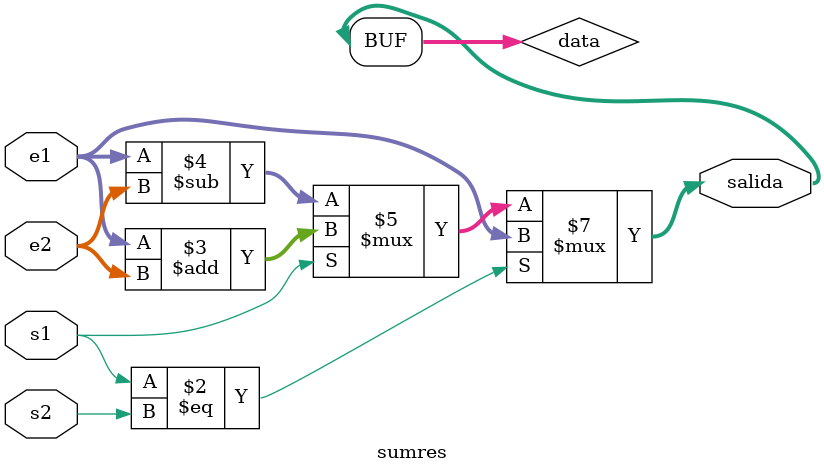
<source format=v>
module sumres #(parameter WIDTH = 8) (input wire [WIDTH-1:0] e1, e2,
                                      input wire s1, s2,
                                      output wire [WIDTH-1:0] salida);

    reg [WIDTH-1:0] data;

    always @(e1, e2, s1, s2)
        if (s1 == s2)
            data = e1;
        else
            data = (s1 ? e1 + e2 : e1 - e2);

    assign salida = data;

endmodule
</source>
